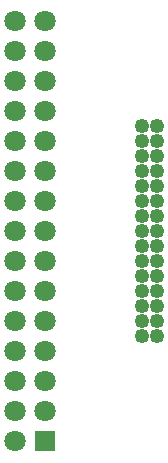
<source format=gts>
G04 Layer_Color=8388736*
%FSLAX25Y25*%
%MOIN*%
G70*
G01*
G75*
%ADD18C,0.04921*%
%ADD19R,0.07087X0.07087*%
%ADD20C,0.07087*%
D18*
X59000Y113500D02*
D03*
X64000D02*
D03*
X59000Y108500D02*
D03*
X64000D02*
D03*
X59000Y103500D02*
D03*
X64000D02*
D03*
X59000Y98500D02*
D03*
X64000D02*
D03*
X59000Y93500D02*
D03*
X64000D02*
D03*
X59000Y88500D02*
D03*
X64000D02*
D03*
X59000Y83500D02*
D03*
X64000D02*
D03*
X59000Y78500D02*
D03*
X64000D02*
D03*
X59000Y73500D02*
D03*
X64000D02*
D03*
X59000Y68500D02*
D03*
X64000D02*
D03*
X59000Y63500D02*
D03*
X64000D02*
D03*
X59000Y58500D02*
D03*
X64000D02*
D03*
X59000Y53500D02*
D03*
X64000D02*
D03*
X59000Y48500D02*
D03*
X64000D02*
D03*
X59000Y43500D02*
D03*
X64000D02*
D03*
D19*
X26500Y8500D02*
D03*
D20*
X16500D02*
D03*
X26500Y18500D02*
D03*
X16500D02*
D03*
X26500Y28500D02*
D03*
X16500D02*
D03*
X26500Y38500D02*
D03*
X16500D02*
D03*
X26500Y48500D02*
D03*
X16500D02*
D03*
X26500Y58500D02*
D03*
X16500D02*
D03*
X26500Y68500D02*
D03*
X16500D02*
D03*
X26500Y78500D02*
D03*
X16500D02*
D03*
X26500Y88500D02*
D03*
X16500D02*
D03*
X26500Y98500D02*
D03*
X16500D02*
D03*
X26500Y108500D02*
D03*
X16500D02*
D03*
X26500Y118500D02*
D03*
X16500D02*
D03*
X26500Y128500D02*
D03*
X16500D02*
D03*
X26500Y138500D02*
D03*
X16500D02*
D03*
X26500Y148500D02*
D03*
X16500D02*
D03*
M02*

</source>
